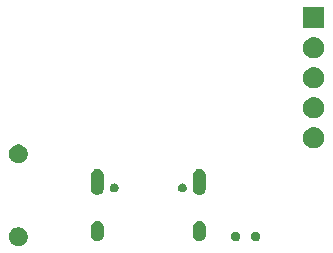
<source format=gbr>
G04 #@! TF.GenerationSoftware,KiCad,Pcbnew,(5.1.5-0-10_14)*
G04 #@! TF.CreationDate,2020-02-05T18:18:06+01:00*
G04 #@! TF.ProjectId,c100_rev_e,63313030-5f72-4657-965f-652e6b696361,rev?*
G04 #@! TF.SameCoordinates,Original*
G04 #@! TF.FileFunction,Soldermask,Bot*
G04 #@! TF.FilePolarity,Negative*
%FSLAX46Y46*%
G04 Gerber Fmt 4.6, Leading zero omitted, Abs format (unit mm)*
G04 Created by KiCad (PCBNEW (5.1.5-0-10_14)) date 2020-02-05 18:18:06*
%MOMM*%
%LPD*%
G04 APERTURE LIST*
%ADD10C,0.150000*%
G04 APERTURE END LIST*
D10*
G36*
X71233642Y2245219D02*
G01*
X71379414Y2184838D01*
X71379416Y2184837D01*
X71510608Y2097178D01*
X71622178Y1985608D01*
X71709837Y1854416D01*
X71709838Y1854414D01*
X71770219Y1708642D01*
X71801000Y1553893D01*
X71801000Y1396107D01*
X71770219Y1241358D01*
X71711252Y1099000D01*
X71709837Y1095584D01*
X71622178Y964392D01*
X71510608Y852822D01*
X71379416Y765163D01*
X71379415Y765162D01*
X71379414Y765162D01*
X71233642Y704781D01*
X71078893Y674000D01*
X70921107Y674000D01*
X70766358Y704781D01*
X70620586Y765162D01*
X70620585Y765162D01*
X70620584Y765163D01*
X70489392Y852822D01*
X70377822Y964392D01*
X70290163Y1095584D01*
X70288748Y1099000D01*
X70229781Y1241358D01*
X70199000Y1396107D01*
X70199000Y1553893D01*
X70229781Y1708642D01*
X70290162Y1854414D01*
X70290163Y1854416D01*
X70377822Y1985608D01*
X70489392Y2097178D01*
X70620584Y2184837D01*
X70620586Y2184838D01*
X70766358Y2245219D01*
X70921107Y2276000D01*
X71078893Y2276000D01*
X71233642Y2245219D01*
G37*
G36*
X77788014Y2793027D02*
G01*
X77891878Y2761521D01*
X77935907Y2737987D01*
X77987599Y2710357D01*
X77987601Y2710356D01*
X77987600Y2710356D01*
X78071501Y2641501D01*
X78140356Y2557600D01*
X78191521Y2461879D01*
X78223027Y2358015D01*
X78231000Y2277067D01*
X78231000Y1622933D01*
X78223027Y1541985D01*
X78191521Y1438121D01*
X78191519Y1438118D01*
X78140357Y1342400D01*
X78071501Y1258499D01*
X77987600Y1189643D01*
X77919055Y1153005D01*
X77891879Y1138479D01*
X77788015Y1106973D01*
X77680000Y1096334D01*
X77571986Y1106973D01*
X77468122Y1138479D01*
X77440946Y1153005D01*
X77372401Y1189643D01*
X77288500Y1258499D01*
X77219645Y1342399D01*
X77168480Y1438121D01*
X77161690Y1460505D01*
X77136973Y1541985D01*
X77129000Y1622933D01*
X77129000Y2277066D01*
X77136973Y2358014D01*
X77168479Y2461878D01*
X77219644Y2557600D01*
X77288499Y2641501D01*
X77372400Y2710356D01*
X77372399Y2710356D01*
X77372401Y2710357D01*
X77424093Y2737987D01*
X77468121Y2761521D01*
X77571985Y2793027D01*
X77680000Y2803666D01*
X77788014Y2793027D01*
G37*
G36*
X86428014Y2793027D02*
G01*
X86531878Y2761521D01*
X86575907Y2737987D01*
X86627599Y2710357D01*
X86627601Y2710356D01*
X86627600Y2710356D01*
X86711501Y2641501D01*
X86780356Y2557600D01*
X86831521Y2461879D01*
X86863027Y2358015D01*
X86871000Y2277067D01*
X86871000Y1622933D01*
X86863027Y1541985D01*
X86831521Y1438121D01*
X86831519Y1438118D01*
X86780357Y1342400D01*
X86711501Y1258499D01*
X86627600Y1189643D01*
X86559055Y1153005D01*
X86531879Y1138479D01*
X86428015Y1106973D01*
X86320000Y1096334D01*
X86211986Y1106973D01*
X86108122Y1138479D01*
X86080946Y1153005D01*
X86012401Y1189643D01*
X85928500Y1258499D01*
X85859645Y1342399D01*
X85808480Y1438121D01*
X85801690Y1460505D01*
X85776973Y1541985D01*
X85769000Y1622933D01*
X85769000Y2277066D01*
X85776973Y2358014D01*
X85808479Y2461878D01*
X85859644Y2557600D01*
X85928499Y2641501D01*
X86012400Y2710356D01*
X86012399Y2710356D01*
X86012401Y2710357D01*
X86064093Y2737987D01*
X86108121Y2761521D01*
X86211985Y2793027D01*
X86320000Y2803666D01*
X86428014Y2793027D01*
G37*
G36*
X91178231Y1893295D02*
G01*
X91216967Y1885590D01*
X91247195Y1873069D01*
X91289944Y1855362D01*
X91355622Y1811477D01*
X91411477Y1755622D01*
X91455362Y1689944D01*
X91473069Y1647195D01*
X91483119Y1622933D01*
X91485590Y1616966D01*
X91500505Y1541987D01*
X91501000Y1539495D01*
X91501000Y1460505D01*
X91488191Y1396107D01*
X91485590Y1383034D01*
X91455362Y1310056D01*
X91411477Y1244378D01*
X91355622Y1188523D01*
X91289944Y1144638D01*
X91247195Y1126931D01*
X91216967Y1114410D01*
X91179578Y1106973D01*
X91139496Y1099000D01*
X91060504Y1099000D01*
X91020422Y1106973D01*
X90983033Y1114410D01*
X90952805Y1126931D01*
X90910056Y1144638D01*
X90844378Y1188523D01*
X90788523Y1244378D01*
X90744638Y1310056D01*
X90714410Y1383034D01*
X90711810Y1396107D01*
X90699000Y1460505D01*
X90699000Y1539495D01*
X90699496Y1541987D01*
X90714410Y1616966D01*
X90716882Y1622933D01*
X90726931Y1647195D01*
X90744638Y1689944D01*
X90788523Y1755622D01*
X90844378Y1811477D01*
X90910056Y1855362D01*
X90952805Y1873069D01*
X90983033Y1885590D01*
X91021769Y1893295D01*
X91060504Y1901000D01*
X91139496Y1901000D01*
X91178231Y1893295D01*
G37*
G36*
X89478231Y1893295D02*
G01*
X89516967Y1885590D01*
X89547195Y1873069D01*
X89589944Y1855362D01*
X89655622Y1811477D01*
X89711477Y1755622D01*
X89755362Y1689944D01*
X89773069Y1647195D01*
X89783119Y1622933D01*
X89785590Y1616966D01*
X89800505Y1541987D01*
X89801000Y1539495D01*
X89801000Y1460505D01*
X89788191Y1396107D01*
X89785590Y1383034D01*
X89755362Y1310056D01*
X89711477Y1244378D01*
X89655622Y1188523D01*
X89589944Y1144638D01*
X89547195Y1126931D01*
X89516967Y1114410D01*
X89479578Y1106973D01*
X89439496Y1099000D01*
X89360504Y1099000D01*
X89320422Y1106973D01*
X89283033Y1114410D01*
X89252805Y1126931D01*
X89210056Y1144638D01*
X89144378Y1188523D01*
X89088523Y1244378D01*
X89044638Y1310056D01*
X89014410Y1383034D01*
X89011810Y1396107D01*
X88999000Y1460505D01*
X88999000Y1539495D01*
X88999496Y1541987D01*
X89014410Y1616966D01*
X89016882Y1622933D01*
X89026931Y1647195D01*
X89044638Y1689944D01*
X89088523Y1755622D01*
X89144378Y1811477D01*
X89210056Y1855362D01*
X89252805Y1873069D01*
X89283033Y1885590D01*
X89321769Y1893295D01*
X89360504Y1901000D01*
X89439496Y1901000D01*
X89478231Y1893295D01*
G37*
G36*
X86428014Y7223027D02*
G01*
X86531878Y7191521D01*
X86575907Y7167987D01*
X86627599Y7140357D01*
X86627601Y7140356D01*
X86627600Y7140356D01*
X86711501Y7071501D01*
X86780356Y6987600D01*
X86831521Y6891879D01*
X86863027Y6788015D01*
X86871000Y6707067D01*
X86871000Y5552933D01*
X86863027Y5471985D01*
X86831521Y5368121D01*
X86827348Y5360314D01*
X86780357Y5272400D01*
X86711501Y5188499D01*
X86627600Y5119643D01*
X86559055Y5083005D01*
X86531879Y5068479D01*
X86428015Y5036973D01*
X86320000Y5026334D01*
X86211986Y5036973D01*
X86108122Y5068479D01*
X86080946Y5083005D01*
X86012401Y5119643D01*
X85928500Y5188499D01*
X85859644Y5272400D01*
X85812653Y5360314D01*
X85808480Y5368121D01*
X85776974Y5471985D01*
X85769001Y5552933D01*
X85769000Y6707066D01*
X85776973Y6788014D01*
X85808479Y6891878D01*
X85859644Y6987600D01*
X85928499Y7071501D01*
X86012400Y7140356D01*
X86012399Y7140356D01*
X86012401Y7140357D01*
X86064093Y7167987D01*
X86108121Y7191521D01*
X86211985Y7223027D01*
X86320000Y7233666D01*
X86428014Y7223027D01*
G37*
G36*
X77788014Y7223027D02*
G01*
X77891878Y7191521D01*
X77935907Y7167987D01*
X77987599Y7140357D01*
X77987601Y7140356D01*
X77987600Y7140356D01*
X78071501Y7071501D01*
X78140356Y6987600D01*
X78191521Y6891879D01*
X78223027Y6788015D01*
X78231000Y6707067D01*
X78231000Y5552933D01*
X78223027Y5471985D01*
X78191521Y5368121D01*
X78187348Y5360314D01*
X78140357Y5272400D01*
X78071501Y5188499D01*
X77987600Y5119643D01*
X77919055Y5083005D01*
X77891879Y5068479D01*
X77788015Y5036973D01*
X77680000Y5026334D01*
X77571986Y5036973D01*
X77468122Y5068479D01*
X77440946Y5083005D01*
X77372401Y5119643D01*
X77288500Y5188499D01*
X77219644Y5272400D01*
X77172653Y5360314D01*
X77168480Y5368121D01*
X77136974Y5471985D01*
X77129001Y5552933D01*
X77129000Y6707066D01*
X77136973Y6788014D01*
X77168479Y6891878D01*
X77219644Y6987600D01*
X77288499Y7071501D01*
X77372400Y7140356D01*
X77372399Y7140356D01*
X77372401Y7140357D01*
X77424093Y7167987D01*
X77468121Y7191521D01*
X77571985Y7223027D01*
X77680000Y7233666D01*
X77788014Y7223027D01*
G37*
G36*
X84999672Y5961551D02*
G01*
X84999674Y5961550D01*
X84999675Y5961550D01*
X85068103Y5933207D01*
X85129686Y5892058D01*
X85182058Y5839686D01*
X85223207Y5778103D01*
X85251550Y5709675D01*
X85266000Y5637033D01*
X85266000Y5562967D01*
X85251550Y5490325D01*
X85223207Y5421897D01*
X85182058Y5360314D01*
X85129686Y5307942D01*
X85068103Y5266793D01*
X84999675Y5238450D01*
X84999674Y5238450D01*
X84999672Y5238449D01*
X84927034Y5224000D01*
X84852966Y5224000D01*
X84780328Y5238449D01*
X84780326Y5238450D01*
X84780325Y5238450D01*
X84711897Y5266793D01*
X84650314Y5307942D01*
X84597942Y5360314D01*
X84556793Y5421897D01*
X84528450Y5490325D01*
X84514000Y5562967D01*
X84514000Y5637033D01*
X84528450Y5709675D01*
X84556793Y5778103D01*
X84597942Y5839686D01*
X84650314Y5892058D01*
X84711897Y5933207D01*
X84780325Y5961550D01*
X84780326Y5961550D01*
X84780328Y5961551D01*
X84852966Y5976000D01*
X84927034Y5976000D01*
X84999672Y5961551D01*
G37*
G36*
X79219672Y5961551D02*
G01*
X79219674Y5961550D01*
X79219675Y5961550D01*
X79288103Y5933207D01*
X79349686Y5892058D01*
X79402058Y5839686D01*
X79443207Y5778103D01*
X79471550Y5709675D01*
X79486000Y5637033D01*
X79486000Y5562967D01*
X79471550Y5490325D01*
X79443207Y5421897D01*
X79402058Y5360314D01*
X79349686Y5307942D01*
X79288103Y5266793D01*
X79219675Y5238450D01*
X79219674Y5238450D01*
X79219672Y5238449D01*
X79147034Y5224000D01*
X79072966Y5224000D01*
X79000328Y5238449D01*
X79000326Y5238450D01*
X79000325Y5238450D01*
X78931897Y5266793D01*
X78870314Y5307942D01*
X78817942Y5360314D01*
X78776793Y5421897D01*
X78748450Y5490325D01*
X78734000Y5562967D01*
X78734000Y5637033D01*
X78748450Y5709675D01*
X78776793Y5778103D01*
X78817942Y5839686D01*
X78870314Y5892058D01*
X78931897Y5933207D01*
X79000325Y5961550D01*
X79000326Y5961550D01*
X79000328Y5961551D01*
X79072966Y5976000D01*
X79147034Y5976000D01*
X79219672Y5961551D01*
G37*
G36*
X71233642Y9245219D02*
G01*
X71379414Y9184838D01*
X71379416Y9184837D01*
X71510608Y9097178D01*
X71622178Y8985608D01*
X71630185Y8973624D01*
X71709838Y8854414D01*
X71770219Y8708642D01*
X71801000Y8553893D01*
X71801000Y8396107D01*
X71770219Y8241358D01*
X71709838Y8095586D01*
X71709837Y8095584D01*
X71622178Y7964392D01*
X71510608Y7852822D01*
X71379416Y7765163D01*
X71379415Y7765162D01*
X71379414Y7765162D01*
X71233642Y7704781D01*
X71078893Y7674000D01*
X70921107Y7674000D01*
X70766358Y7704781D01*
X70620586Y7765162D01*
X70620585Y7765162D01*
X70620584Y7765163D01*
X70489392Y7852822D01*
X70377822Y7964392D01*
X70290163Y8095584D01*
X70290162Y8095586D01*
X70229781Y8241358D01*
X70199000Y8396107D01*
X70199000Y8553893D01*
X70229781Y8708642D01*
X70290162Y8854414D01*
X70369815Y8973624D01*
X70377822Y8985608D01*
X70489392Y9097178D01*
X70620584Y9184837D01*
X70620586Y9184838D01*
X70766358Y9245219D01*
X70921107Y9276000D01*
X71078893Y9276000D01*
X71233642Y9245219D01*
G37*
G36*
X96113512Y10736073D02*
G01*
X96262812Y10706376D01*
X96426784Y10638456D01*
X96574354Y10539853D01*
X96699853Y10414354D01*
X96798456Y10266784D01*
X96866376Y10102812D01*
X96901000Y9928741D01*
X96901000Y9751259D01*
X96866376Y9577188D01*
X96798456Y9413216D01*
X96699853Y9265646D01*
X96574354Y9140147D01*
X96426784Y9041544D01*
X96262812Y8973624D01*
X96113512Y8943927D01*
X96088742Y8939000D01*
X95911258Y8939000D01*
X95886488Y8943927D01*
X95737188Y8973624D01*
X95573216Y9041544D01*
X95425646Y9140147D01*
X95300147Y9265646D01*
X95201544Y9413216D01*
X95133624Y9577188D01*
X95099000Y9751259D01*
X95099000Y9928741D01*
X95133624Y10102812D01*
X95201544Y10266784D01*
X95300147Y10414354D01*
X95425646Y10539853D01*
X95573216Y10638456D01*
X95737188Y10706376D01*
X95886488Y10736073D01*
X95911258Y10741000D01*
X96088742Y10741000D01*
X96113512Y10736073D01*
G37*
G36*
X96113512Y13276073D02*
G01*
X96262812Y13246376D01*
X96426784Y13178456D01*
X96574354Y13079853D01*
X96699853Y12954354D01*
X96798456Y12806784D01*
X96866376Y12642812D01*
X96901000Y12468741D01*
X96901000Y12291259D01*
X96866376Y12117188D01*
X96798456Y11953216D01*
X96699853Y11805646D01*
X96574354Y11680147D01*
X96426784Y11581544D01*
X96262812Y11513624D01*
X96113512Y11483927D01*
X96088742Y11479000D01*
X95911258Y11479000D01*
X95886488Y11483927D01*
X95737188Y11513624D01*
X95573216Y11581544D01*
X95425646Y11680147D01*
X95300147Y11805646D01*
X95201544Y11953216D01*
X95133624Y12117188D01*
X95099000Y12291259D01*
X95099000Y12468741D01*
X95133624Y12642812D01*
X95201544Y12806784D01*
X95300147Y12954354D01*
X95425646Y13079853D01*
X95573216Y13178456D01*
X95737188Y13246376D01*
X95886488Y13276073D01*
X95911258Y13281000D01*
X96088742Y13281000D01*
X96113512Y13276073D01*
G37*
G36*
X96113512Y15816073D02*
G01*
X96262812Y15786376D01*
X96426784Y15718456D01*
X96574354Y15619853D01*
X96699853Y15494354D01*
X96798456Y15346784D01*
X96866376Y15182812D01*
X96901000Y15008741D01*
X96901000Y14831259D01*
X96866376Y14657188D01*
X96798456Y14493216D01*
X96699853Y14345646D01*
X96574354Y14220147D01*
X96426784Y14121544D01*
X96262812Y14053624D01*
X96113512Y14023927D01*
X96088742Y14019000D01*
X95911258Y14019000D01*
X95886488Y14023927D01*
X95737188Y14053624D01*
X95573216Y14121544D01*
X95425646Y14220147D01*
X95300147Y14345646D01*
X95201544Y14493216D01*
X95133624Y14657188D01*
X95099000Y14831259D01*
X95099000Y15008741D01*
X95133624Y15182812D01*
X95201544Y15346784D01*
X95300147Y15494354D01*
X95425646Y15619853D01*
X95573216Y15718456D01*
X95737188Y15786376D01*
X95886488Y15816073D01*
X95911258Y15821000D01*
X96088742Y15821000D01*
X96113512Y15816073D01*
G37*
G36*
X96113512Y18356073D02*
G01*
X96262812Y18326376D01*
X96426784Y18258456D01*
X96574354Y18159853D01*
X96699853Y18034354D01*
X96798456Y17886784D01*
X96866376Y17722812D01*
X96901000Y17548741D01*
X96901000Y17371259D01*
X96866376Y17197188D01*
X96798456Y17033216D01*
X96699853Y16885646D01*
X96574354Y16760147D01*
X96426784Y16661544D01*
X96262812Y16593624D01*
X96113512Y16563927D01*
X96088742Y16559000D01*
X95911258Y16559000D01*
X95886488Y16563927D01*
X95737188Y16593624D01*
X95573216Y16661544D01*
X95425646Y16760147D01*
X95300147Y16885646D01*
X95201544Y17033216D01*
X95133624Y17197188D01*
X95099000Y17371259D01*
X95099000Y17548741D01*
X95133624Y17722812D01*
X95201544Y17886784D01*
X95300147Y18034354D01*
X95425646Y18159853D01*
X95573216Y18258456D01*
X95737188Y18326376D01*
X95886488Y18356073D01*
X95911258Y18361000D01*
X96088742Y18361000D01*
X96113512Y18356073D01*
G37*
G36*
X96901000Y19099000D02*
G01*
X95099000Y19099000D01*
X95099000Y20901000D01*
X96901000Y20901000D01*
X96901000Y19099000D01*
G37*
M02*

</source>
